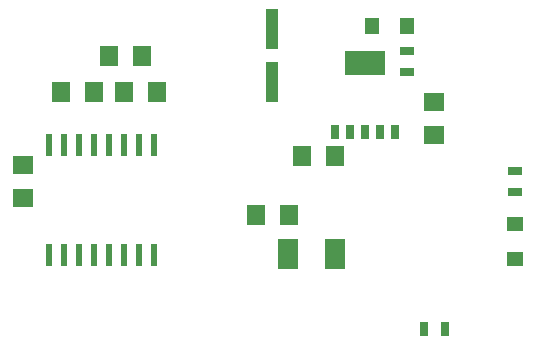
<source format=gtp>
G75*
G70*
%OFA0B0*%
%FSLAX24Y24*%
%IPPOS*%
%LPD*%
%AMOC8*
5,1,8,0,0,1.08239X$1,22.5*
%
%ADD10R,0.0551X0.0472*%
%ADD11R,0.0472X0.0551*%
%ADD12R,0.0472X0.0315*%
%ADD13R,0.0669X0.0984*%
%ADD14R,0.0630X0.0709*%
%ADD15R,0.0394X0.1378*%
%ADD16R,0.0315X0.0472*%
%ADD17R,0.0250X0.0500*%
%ADD18R,0.1378X0.0787*%
%ADD19R,0.0709X0.0630*%
%ADD20R,0.0220X0.0780*%
D10*
X018250Y005367D03*
X018250Y006548D03*
D11*
X014641Y013157D03*
X013460Y013157D03*
D12*
X014650Y012312D03*
X014650Y011603D03*
X018250Y008312D03*
X018250Y007603D03*
D13*
X012250Y005557D03*
X010675Y005557D03*
D14*
X010701Y006857D03*
X009599Y006857D03*
X011149Y008807D03*
X012251Y008807D03*
X006301Y010957D03*
X005199Y010957D03*
X004201Y010957D03*
X003099Y010957D03*
X004699Y012157D03*
X005801Y012157D03*
D15*
X010150Y011271D03*
X010150Y013043D03*
D16*
X015196Y003057D03*
X015905Y003057D03*
D17*
X014250Y009624D03*
X013750Y009624D03*
X013250Y009624D03*
X012750Y009624D03*
X012250Y009624D03*
D18*
X013250Y011917D03*
D19*
X015550Y010609D03*
X015550Y009506D03*
X001850Y008509D03*
X001850Y007406D03*
D20*
X002700Y005517D03*
X003200Y005517D03*
X003700Y005517D03*
X004200Y005517D03*
X004700Y005517D03*
X005200Y005517D03*
X005700Y005517D03*
X006200Y005517D03*
X006200Y009197D03*
X005700Y009197D03*
X005200Y009197D03*
X004700Y009197D03*
X004200Y009197D03*
X003700Y009197D03*
X003200Y009197D03*
X002700Y009197D03*
M02*

</source>
